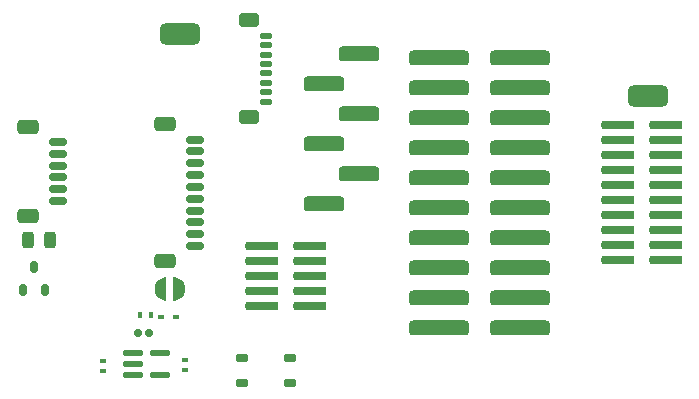
<source format=gtp>
G04*
G04 #@! TF.GenerationSoftware,Altium Limited,Altium Designer,20.1.8 (145)*
G04*
G04 Layer_Color=8421504*
%FSLAX44Y44*%
%MOMM*%
G71*
G04*
G04 #@! TF.SameCoordinates,C9CF11F6-8CB7-4B33-927B-0983859D9422*
G04*
G04*
G04 #@! TF.FilePolarity,Positive*
G04*
G01*
G75*
G04:AMPARAMS|DCode=19|XSize=0.75mm|YSize=1mm|CornerRadius=0.18mm|HoleSize=0mm|Usage=FLASHONLY|Rotation=90.000|XOffset=0mm|YOffset=0mm|HoleType=Round|Shape=RoundedRectangle|*
%AMROUNDEDRECTD19*
21,1,0.7500,0.6400,0,0,90.0*
21,1,0.3900,1.0000,0,0,90.0*
1,1,0.3600,0.3200,0.1950*
1,1,0.3600,0.3200,-0.1950*
1,1,0.3600,-0.3200,-0.1950*
1,1,0.3600,-0.3200,0.1950*
%
%ADD19ROUNDEDRECTD19*%
G04:AMPARAMS|DCode=20|XSize=1.61mm|YSize=0.59mm|CornerRadius=0.1505mm|HoleSize=0mm|Usage=FLASHONLY|Rotation=0.000|XOffset=0mm|YOffset=0mm|HoleType=Round|Shape=RoundedRectangle|*
%AMROUNDEDRECTD20*
21,1,1.6100,0.2891,0,0,0.0*
21,1,1.3091,0.5900,0,0,0.0*
1,1,0.3009,0.6546,-0.1446*
1,1,0.3009,-0.6546,-0.1446*
1,1,0.3009,-0.6546,0.1446*
1,1,0.3009,0.6546,0.1446*
%
%ADD20ROUNDEDRECTD20*%
G04:AMPARAMS|DCode=21|XSize=1.01mm|YSize=0.61mm|CornerRadius=0.1495mm|HoleSize=0mm|Usage=FLASHONLY|Rotation=90.000|XOffset=0mm|YOffset=0mm|HoleType=Round|Shape=RoundedRectangle|*
%AMROUNDEDRECTD21*
21,1,1.0100,0.3111,0,0,90.0*
21,1,0.7111,0.6100,0,0,90.0*
1,1,0.2989,0.1556,0.3556*
1,1,0.2989,0.1556,-0.3556*
1,1,0.2989,-0.1556,-0.3556*
1,1,0.2989,-0.1556,0.3556*
%
%ADD21ROUNDEDRECTD21*%
G04:AMPARAMS|DCode=22|XSize=0.48mm|YSize=0.4mm|CornerRadius=0.1mm|HoleSize=0mm|Usage=FLASHONLY|Rotation=0.000|XOffset=0mm|YOffset=0mm|HoleType=Round|Shape=RoundedRectangle|*
%AMROUNDEDRECTD22*
21,1,0.4800,0.2000,0,0,0.0*
21,1,0.2800,0.4000,0,0,0.0*
1,1,0.2000,0.1400,-0.1000*
1,1,0.2000,-0.1400,-0.1000*
1,1,0.2000,-0.1400,0.1000*
1,1,0.2000,0.1400,0.1000*
%
%ADD22ROUNDEDRECTD22*%
%ADD23R,0.1000X0.1000*%
G04:AMPARAMS|DCode=24|XSize=1.27mm|YSize=3.429mm|CornerRadius=0.3175mm|HoleSize=0mm|Usage=FLASHONLY|Rotation=90.000|XOffset=0mm|YOffset=0mm|HoleType=Round|Shape=RoundedRectangle|*
%AMROUNDEDRECTD24*
21,1,1.2700,2.7940,0,0,90.0*
21,1,0.6350,3.4290,0,0,90.0*
1,1,0.6350,1.3970,0.3175*
1,1,0.6350,1.3970,-0.3175*
1,1,0.6350,-1.3970,-0.3175*
1,1,0.6350,-1.3970,0.3175*
%
%ADD24ROUNDEDRECTD24*%
G04:AMPARAMS|DCode=25|XSize=1.27mm|YSize=5.08mm|CornerRadius=0.3175mm|HoleSize=0mm|Usage=FLASHONLY|Rotation=90.000|XOffset=0mm|YOffset=0mm|HoleType=Round|Shape=RoundedRectangle|*
%AMROUNDEDRECTD25*
21,1,1.2700,4.4450,0,0,90.0*
21,1,0.6350,5.0800,0,0,90.0*
1,1,0.6350,2.2225,0.3175*
1,1,0.6350,2.2225,-0.3175*
1,1,0.6350,-2.2225,-0.3175*
1,1,0.6350,-2.2225,0.3175*
%
%ADD25ROUNDEDRECTD25*%
G04:AMPARAMS|DCode=26|XSize=0.737mm|YSize=2.794mm|CornerRadius=0.1843mm|HoleSize=0mm|Usage=FLASHONLY|Rotation=90.000|XOffset=0mm|YOffset=0mm|HoleType=Round|Shape=RoundedRectangle|*
%AMROUNDEDRECTD26*
21,1,0.7370,2.4255,0,0,90.0*
21,1,0.3685,2.7940,0,0,90.0*
1,1,0.3685,1.2128,0.1843*
1,1,0.3685,1.2128,-0.1843*
1,1,0.3685,-1.2128,-0.1843*
1,1,0.3685,-1.2128,0.1843*
%
%ADD26ROUNDEDRECTD26*%
G04:AMPARAMS|DCode=27|XSize=0.99mm|YSize=1.38mm|CornerRadius=0.2525mm|HoleSize=0mm|Usage=FLASHONLY|Rotation=0.000|XOffset=0mm|YOffset=0mm|HoleType=Round|Shape=RoundedRectangle|*
%AMROUNDEDRECTD27*
21,1,0.9900,0.8751,0,0,0.0*
21,1,0.4851,1.3800,0,0,0.0*
1,1,0.5049,0.2426,-0.4376*
1,1,0.5049,-0.2426,-0.4376*
1,1,0.5049,-0.2426,0.4376*
1,1,0.5049,0.2426,0.4376*
%
%ADD27ROUNDEDRECTD27*%
G04:AMPARAMS|DCode=28|XSize=0.4mm|YSize=0.58mm|CornerRadius=0.1mm|HoleSize=0mm|Usage=FLASHONLY|Rotation=90.000|XOffset=0mm|YOffset=0mm|HoleType=Round|Shape=RoundedRectangle|*
%AMROUNDEDRECTD28*
21,1,0.4000,0.3800,0,0,90.0*
21,1,0.2000,0.5800,0,0,90.0*
1,1,0.2000,0.1900,0.1000*
1,1,0.2000,0.1900,-0.1000*
1,1,0.2000,-0.1900,-0.1000*
1,1,0.2000,-0.1900,0.1000*
%
%ADD28ROUNDEDRECTD28*%
G04:AMPARAMS|DCode=29|XSize=3.4mm|YSize=1.8mm|CornerRadius=0.45mm|HoleSize=0mm|Usage=FLASHONLY|Rotation=180.000|XOffset=0mm|YOffset=0mm|HoleType=Round|Shape=RoundedRectangle|*
%AMROUNDEDRECTD29*
21,1,3.4000,0.9000,0,0,180.0*
21,1,2.5000,1.8000,0,0,180.0*
1,1,0.9000,-1.2500,0.4500*
1,1,0.9000,1.2500,0.4500*
1,1,0.9000,1.2500,-0.4500*
1,1,0.9000,-1.2500,-0.4500*
%
%ADD29ROUNDEDRECTD29*%
G04:AMPARAMS|DCode=30|XSize=0.6mm|YSize=1.55mm|CornerRadius=0.15mm|HoleSize=0mm|Usage=FLASHONLY|Rotation=270.000|XOffset=0mm|YOffset=0mm|HoleType=Round|Shape=RoundedRectangle|*
%AMROUNDEDRECTD30*
21,1,0.6000,1.2500,0,0,270.0*
21,1,0.3000,1.5500,0,0,270.0*
1,1,0.3000,-0.6250,-0.1500*
1,1,0.3000,-0.6250,0.1500*
1,1,0.3000,0.6250,0.1500*
1,1,0.3000,0.6250,-0.1500*
%
%ADD30ROUNDEDRECTD30*%
G04:AMPARAMS|DCode=31|XSize=1.2mm|YSize=1.8mm|CornerRadius=0.3mm|HoleSize=0mm|Usage=FLASHONLY|Rotation=270.000|XOffset=0mm|YOffset=0mm|HoleType=Round|Shape=RoundedRectangle|*
%AMROUNDEDRECTD31*
21,1,1.2000,1.2000,0,0,270.0*
21,1,0.6000,1.8000,0,0,270.0*
1,1,0.6000,-0.6000,-0.3000*
1,1,0.6000,-0.6000,0.3000*
1,1,0.6000,0.6000,0.3000*
1,1,0.6000,0.6000,-0.3000*
%
%ADD31ROUNDEDRECTD31*%
G04:AMPARAMS|DCode=32|XSize=1.2mm|YSize=1.7mm|CornerRadius=0.3mm|HoleSize=0mm|Usage=FLASHONLY|Rotation=90.000|XOffset=0mm|YOffset=0mm|HoleType=Round|Shape=RoundedRectangle|*
%AMROUNDEDRECTD32*
21,1,1.2000,1.1000,0,0,90.0*
21,1,0.6000,1.7000,0,0,90.0*
1,1,0.6000,0.5500,0.3000*
1,1,0.6000,0.5500,-0.3000*
1,1,0.6000,-0.5500,-0.3000*
1,1,0.6000,-0.5500,0.3000*
%
%ADD32ROUNDEDRECTD32*%
G04:AMPARAMS|DCode=33|XSize=0.5mm|YSize=1.1mm|CornerRadius=0.125mm|HoleSize=0mm|Usage=FLASHONLY|Rotation=90.000|XOffset=0mm|YOffset=0mm|HoleType=Round|Shape=RoundedRectangle|*
%AMROUNDEDRECTD33*
21,1,0.5000,0.8500,0,0,90.0*
21,1,0.2500,1.1000,0,0,90.0*
1,1,0.2500,0.4250,0.1250*
1,1,0.2500,0.4250,-0.1250*
1,1,0.2500,-0.4250,-0.1250*
1,1,0.2500,-0.4250,0.1250*
%
%ADD33ROUNDEDRECTD33*%
G04:AMPARAMS|DCode=34|XSize=2.794mm|YSize=0.7366mm|CornerRadius=0.1842mm|HoleSize=0mm|Usage=FLASHONLY|Rotation=180.000|XOffset=0mm|YOffset=0mm|HoleType=Round|Shape=RoundedRectangle|*
%AMROUNDEDRECTD34*
21,1,2.7940,0.3683,0,0,180.0*
21,1,2.4257,0.7366,0,0,180.0*
1,1,0.3683,-1.2129,0.1842*
1,1,0.3683,1.2129,0.1842*
1,1,0.3683,1.2129,-0.1842*
1,1,0.3683,-1.2129,-0.1842*
%
%ADD34ROUNDEDRECTD34*%
G04:AMPARAMS|DCode=35|XSize=0.63mm|YSize=0.61mm|CornerRadius=0.1495mm|HoleSize=0mm|Usage=FLASHONLY|Rotation=180.000|XOffset=0mm|YOffset=0mm|HoleType=Round|Shape=RoundedRectangle|*
%AMROUNDEDRECTD35*
21,1,0.6300,0.3111,0,0,180.0*
21,1,0.3311,0.6100,0,0,180.0*
1,1,0.2989,-0.1656,0.1556*
1,1,0.2989,0.1656,0.1556*
1,1,0.2989,0.1656,-0.1556*
1,1,0.2989,-0.1656,-0.1556*
%
%ADD35ROUNDEDRECTD35*%
G04:AMPARAMS|DCode=36|XSize=0.4mm|YSize=0.58mm|CornerRadius=0.1mm|HoleSize=0mm|Usage=FLASHONLY|Rotation=180.000|XOffset=0mm|YOffset=0mm|HoleType=Round|Shape=RoundedRectangle|*
%AMROUNDEDRECTD36*
21,1,0.4000,0.3800,0,0,180.0*
21,1,0.2000,0.5800,0,0,180.0*
1,1,0.2000,-0.1000,0.1900*
1,1,0.2000,0.1000,0.1900*
1,1,0.2000,0.1000,-0.1900*
1,1,0.2000,-0.1000,-0.1900*
%
%ADD36ROUNDEDRECTD36*%
G36*
X149977Y83548D02*
X148992D01*
X147060Y83933D01*
X145240Y84686D01*
X143602Y85781D01*
X142209Y87174D01*
X141115Y88811D01*
X140361Y90631D01*
X139977Y92563D01*
Y93548D01*
Y94533D01*
X140361Y96465D01*
X141115Y98285D01*
X142209Y99923D01*
X143602Y101316D01*
X145240Y102410D01*
X147060Y103164D01*
X148992Y103548D01*
X149977D01*
Y83548D01*
D02*
G37*
G36*
X158894Y103164D02*
X160714Y102410D01*
X162352Y101316D01*
X163745Y99923D01*
X164839Y98285D01*
X165593Y96465D01*
X165977Y94533D01*
Y93548D01*
Y92563D01*
X165593Y90631D01*
X164839Y88811D01*
X163745Y87174D01*
X162352Y85781D01*
X160714Y84686D01*
X158894Y83933D01*
X156962Y83548D01*
X155977D01*
Y103548D01*
X156962D01*
X158894Y103164D01*
D02*
G37*
D19*
X254357Y35317D02*
D03*
X213857D02*
D03*
Y14067D02*
D03*
X254357Y13817D02*
D03*
D20*
X144337Y39500D02*
D03*
Y20500D02*
D03*
X121437D02*
D03*
Y30000D02*
D03*
Y39500D02*
D03*
D21*
X37993Y112128D02*
D03*
X47493Y93028D02*
D03*
X28493D02*
D03*
D22*
X158502Y69608D02*
D03*
X145302D02*
D03*
D23*
X162977Y93548D02*
D03*
X142977D02*
D03*
D24*
X313055Y292100D02*
D03*
X283845Y266700D02*
D03*
X313055Y241300D02*
D03*
X283845Y215900D02*
D03*
X313055Y190500D02*
D03*
X283845Y165100D02*
D03*
D25*
X380990Y289300D02*
D03*
X449590D02*
D03*
X380990Y263900D02*
D03*
X449590D02*
D03*
X380990Y238500D02*
D03*
X449590D02*
D03*
X380990Y213100D02*
D03*
X449590D02*
D03*
X380990Y187700D02*
D03*
X449590D02*
D03*
X380990Y162300D02*
D03*
X449590D02*
D03*
X380990Y136900D02*
D03*
X449590D02*
D03*
X380990Y111500D02*
D03*
X449590D02*
D03*
X380990Y86100D02*
D03*
X449590D02*
D03*
X380990Y60700D02*
D03*
X449590D02*
D03*
D26*
X531940Y232150D02*
D03*
X572660D02*
D03*
X531940Y219450D02*
D03*
X572660D02*
D03*
X531940Y206750D02*
D03*
X572660D02*
D03*
X531940Y194050D02*
D03*
X572660D02*
D03*
X531940Y181350D02*
D03*
X572660D02*
D03*
X531940Y168650D02*
D03*
X572660D02*
D03*
X531940Y155950D02*
D03*
X572660D02*
D03*
X531940Y143250D02*
D03*
X572660D02*
D03*
X531940Y130550D02*
D03*
X572660D02*
D03*
X531940Y117850D02*
D03*
X572660D02*
D03*
D27*
X51222Y134743D02*
D03*
X32922D02*
D03*
D28*
X96621Y32718D02*
D03*
Y23718D02*
D03*
X165708Y33786D02*
D03*
Y24786D02*
D03*
D29*
X558145Y257305D02*
D03*
X161449Y309050D02*
D03*
D30*
X174328Y220000D02*
D03*
Y210000D02*
D03*
Y200000D02*
D03*
Y190000D02*
D03*
Y180000D02*
D03*
Y170000D02*
D03*
Y160000D02*
D03*
Y150000D02*
D03*
Y140000D02*
D03*
Y130000D02*
D03*
X58390Y217976D02*
D03*
Y207976D02*
D03*
Y197976D02*
D03*
Y187976D02*
D03*
Y177976D02*
D03*
Y167976D02*
D03*
D31*
X149078Y233000D02*
D03*
Y117000D02*
D03*
X33140Y154976D02*
D03*
Y230976D02*
D03*
D32*
X220076Y321000D02*
D03*
Y239000D02*
D03*
D33*
X234076Y308000D02*
D03*
Y300000D02*
D03*
Y292000D02*
D03*
Y284000D02*
D03*
Y276000D02*
D03*
Y268000D02*
D03*
Y260000D02*
D03*
Y252000D02*
D03*
D34*
X230803Y129540D02*
D03*
X271443D02*
D03*
X230803Y116840D02*
D03*
X271443D02*
D03*
X230803Y104140D02*
D03*
X271443D02*
D03*
X230803Y91440D02*
D03*
X271443D02*
D03*
X230803Y78740D02*
D03*
X271443D02*
D03*
D35*
X125899Y56136D02*
D03*
X134899D02*
D03*
D36*
X127611Y71312D02*
D03*
X136611D02*
D03*
M02*

</source>
